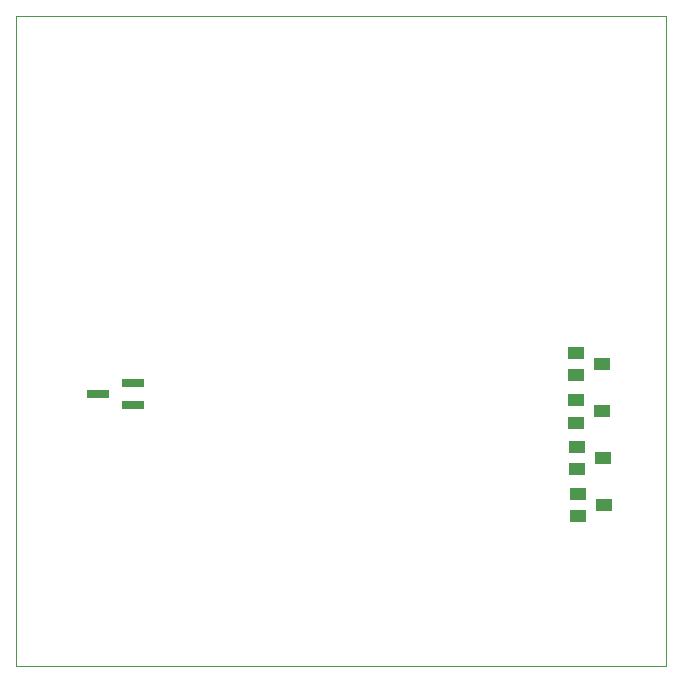
<source format=gbr>
%TF.GenerationSoftware,KiCad,Pcbnew,5.0.2-bee76a0~70~ubuntu18.04.1*%
%TF.CreationDate,2019-02-16T11:31:49+01:00*%
%TF.ProjectId,GP-Pcb-Nano,47502d50-6362-42d4-9e61-6e6f2e6b6963,2.0*%
%TF.SameCoordinates,Original*%
%TF.FileFunction,Paste,Bot*%
%TF.FilePolarity,Positive*%
%FSLAX46Y46*%
G04 Gerber Fmt 4.6, Leading zero omitted, Abs format (unit mm)*
G04 Created by KiCad (PCBNEW 5.0.2-bee76a0~70~ubuntu18.04.1) date sab 16 feb 2019 11:31:49 CET*
%MOMM*%
%LPD*%
G01*
G04 APERTURE LIST*
%ADD10C,0.010000*%
%ADD11R,1.900000X0.800000*%
%ADD12R,1.400000X1.000000*%
G04 APERTURE END LIST*
D10*
X86360000Y-62484000D02*
X86360000Y-117484000D01*
X141360000Y-117484000D02*
X86360000Y-117484000D01*
X141360000Y-62484000D02*
X141360000Y-117484000D01*
X86360000Y-62484000D02*
X141360000Y-62484000D01*
D11*
X96242000Y-93538000D03*
X96242000Y-95438000D03*
X93242000Y-94488000D03*
D12*
X133774000Y-92898000D03*
X133774000Y-90998000D03*
X135974000Y-91948000D03*
X135974000Y-95946000D03*
X133774000Y-94996000D03*
X133774000Y-96896000D03*
X133858000Y-100838000D03*
X133858000Y-98938000D03*
X136058000Y-99888000D03*
X136144000Y-103886000D03*
X133944000Y-102936000D03*
X133944000Y-104836000D03*
M02*

</source>
